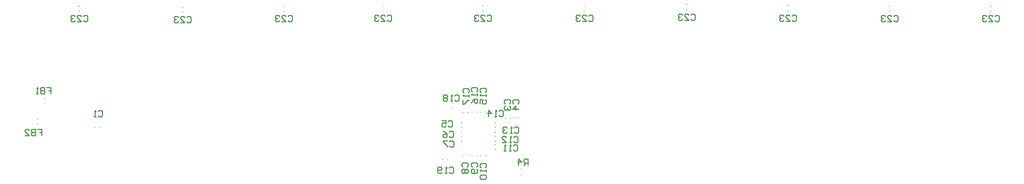
<source format=gbo>
G04 Layer_Color=32896*
%FSLAX25Y25*%
%MOIN*%
G70*
G01*
G75*
%ADD21C,0.01000*%
%ADD32C,0.00787*%
D21*
X525502Y300001D02*
X524502Y301001D01*
Y303000D01*
X525502Y304000D01*
X529500D01*
X530500Y303000D01*
Y301001D01*
X529500Y300001D01*
X530500Y298002D02*
Y296003D01*
Y297002D01*
X524502D01*
X525502Y298002D01*
X524502Y289005D02*
X525502Y291004D01*
X527501Y293004D01*
X529500D01*
X530500Y292004D01*
Y290004D01*
X529500Y289005D01*
X528501D01*
X527501Y290004D01*
Y293004D01*
X517502Y299001D02*
X516502Y300001D01*
Y302000D01*
X517502Y303000D01*
X521500D01*
X522500Y302000D01*
Y300001D01*
X521500Y299001D01*
X522500Y297002D02*
Y295003D01*
Y296002D01*
X516502D01*
X517502Y297002D01*
X516502Y292004D02*
Y288005D01*
X517502D01*
X521500Y292004D01*
X522500D01*
X551001Y281498D02*
X552001Y282498D01*
X554000D01*
X555000Y281498D01*
Y277500D01*
X554000Y276500D01*
X552001D01*
X551001Y277500D01*
X549002Y276500D02*
X547003D01*
X548002D01*
Y282498D01*
X549002Y281498D01*
X541005Y276500D02*
Y282498D01*
X544004Y279499D01*
X540005D01*
X534002Y299501D02*
X533002Y300501D01*
Y302500D01*
X534002Y303500D01*
X538000D01*
X539000Y302500D01*
Y300501D01*
X538000Y299501D01*
X539000Y297502D02*
Y295503D01*
Y296502D01*
X533002D01*
X534002Y297502D01*
X533002Y288505D02*
Y292504D01*
X536001D01*
X535001Y290504D01*
Y289505D01*
X536001Y288505D01*
X538000D01*
X539000Y289505D01*
Y291504D01*
X538000Y292504D01*
X509001Y295998D02*
X510001Y296998D01*
X512000D01*
X513000Y295998D01*
Y292000D01*
X512000Y291000D01*
X510001D01*
X509001Y292000D01*
X507002Y291000D02*
X505003D01*
X506002D01*
Y296998D01*
X507002Y295998D01*
X502004D02*
X501004Y296998D01*
X499005D01*
X498005Y295998D01*
Y294999D01*
X499005Y293999D01*
X498005Y292999D01*
Y292000D01*
X499005Y291000D01*
X501004D01*
X502004Y292000D01*
Y292999D01*
X501004Y293999D01*
X502004Y294999D01*
Y295998D01*
X501004Y293999D02*
X499005D01*
X565501Y265498D02*
X566501Y266498D01*
X568500D01*
X569500Y265498D01*
Y261500D01*
X568500Y260500D01*
X566501D01*
X565501Y261500D01*
X563502Y260500D02*
X561503D01*
X562502D01*
Y266498D01*
X563502Y265498D01*
X558504D02*
X557504Y266498D01*
X555505D01*
X554505Y265498D01*
Y264499D01*
X555505Y263499D01*
X556504D01*
X555505D01*
X554505Y262499D01*
Y261500D01*
X555505Y260500D01*
X557504D01*
X558504Y261500D01*
X565001Y256498D02*
X566001Y257498D01*
X568000D01*
X569000Y256498D01*
Y252500D01*
X568000Y251500D01*
X566001D01*
X565001Y252500D01*
X563002Y251500D02*
X561003D01*
X562002D01*
Y257498D01*
X563002Y256498D01*
X554005Y251500D02*
X558004D01*
X554005Y255499D01*
Y256498D01*
X555005Y257498D01*
X557004D01*
X558004Y256498D01*
X564501Y248498D02*
X565501Y249498D01*
X567500D01*
X568500Y248498D01*
Y244500D01*
X567500Y243500D01*
X565501D01*
X564501Y244500D01*
X562502Y243500D02*
X560503D01*
X561502D01*
Y249498D01*
X562502Y248498D01*
X557504Y243500D02*
X555504D01*
X556504D01*
Y249498D01*
X557504Y248498D01*
X525502Y228001D02*
X524502Y229001D01*
Y231000D01*
X525502Y232000D01*
X529500D01*
X530500Y231000D01*
Y229001D01*
X529500Y228001D01*
Y226002D02*
X530500Y225002D01*
Y223003D01*
X529500Y222003D01*
X525502D01*
X524502Y223003D01*
Y225002D01*
X525502Y226002D01*
X526501D01*
X527501Y225002D01*
Y222003D01*
X534002Y227501D02*
X533002Y228501D01*
Y230500D01*
X534002Y231500D01*
X538000D01*
X539000Y230500D01*
Y228501D01*
X538000Y227501D01*
X539000Y225502D02*
Y223503D01*
Y224502D01*
X533002D01*
X534002Y225502D01*
Y220504D02*
X533002Y219504D01*
Y217505D01*
X534002Y216505D01*
X538000D01*
X539000Y217505D01*
Y219504D01*
X538000Y220504D01*
X534002D01*
X516502Y228001D02*
X515502Y229001D01*
Y231000D01*
X516502Y232000D01*
X520500D01*
X521500Y231000D01*
Y229001D01*
X520500Y228001D01*
X516502Y226002D02*
X515502Y225002D01*
Y223003D01*
X516502Y222003D01*
X517501D01*
X518501Y223003D01*
X519501Y222003D01*
X520500D01*
X521500Y223003D01*
Y225002D01*
X520500Y226002D01*
X519501D01*
X518501Y225002D01*
X517501Y226002D01*
X516502D01*
X518501Y225002D02*
Y223003D01*
X504001Y251998D02*
X505001Y252998D01*
X507000D01*
X508000Y251998D01*
Y248000D01*
X507000Y247000D01*
X505001D01*
X504001Y248000D01*
X502002Y252998D02*
X498003D01*
Y251998D01*
X502002Y248000D01*
Y247000D01*
X503501Y261498D02*
X504501Y262498D01*
X506500D01*
X507500Y261498D01*
Y257500D01*
X506500Y256500D01*
X504501D01*
X503501Y257500D01*
X497503Y262498D02*
X499503Y261498D01*
X501502Y259499D01*
Y257500D01*
X500502Y256500D01*
X498503D01*
X497503Y257500D01*
Y258499D01*
X498503Y259499D01*
X501502D01*
X502501Y271498D02*
X503501Y272498D01*
X505500D01*
X506500Y271498D01*
Y267500D01*
X505500Y266500D01*
X503501D01*
X502501Y267500D01*
X496503Y272498D02*
X500502D01*
Y269499D01*
X498503Y270499D01*
X497503D01*
X496503Y269499D01*
Y267500D01*
X497503Y266500D01*
X499502D01*
X500502Y267500D01*
X557002Y288501D02*
X556002Y289501D01*
Y291500D01*
X557002Y292500D01*
X561000D01*
X562000Y291500D01*
Y289501D01*
X561000Y288501D01*
X557002Y286502D02*
X556002Y285502D01*
Y283503D01*
X557002Y282503D01*
X558001D01*
X559001Y283503D01*
Y284503D01*
Y283503D01*
X560001Y282503D01*
X561000D01*
X562000Y283503D01*
Y285502D01*
X561000Y286502D01*
X503501Y226998D02*
X504501Y227998D01*
X506500D01*
X507500Y226998D01*
Y223000D01*
X506500Y222000D01*
X504501D01*
X503501Y223000D01*
X501502Y222000D02*
X499503D01*
X500502D01*
Y227998D01*
X501502Y226998D01*
X496504Y223000D02*
X495504Y222000D01*
X493504D01*
X492505Y223000D01*
Y226998D01*
X493504Y227998D01*
X495504D01*
X496504Y226998D01*
Y225999D01*
X495504Y224999D01*
X492505D01*
X565002Y288501D02*
X564002Y289501D01*
Y291500D01*
X565002Y292500D01*
X569000D01*
X570000Y291500D01*
Y289501D01*
X569000Y288501D01*
X570000Y283503D02*
X564002D01*
X567001Y286502D01*
Y282503D01*
X578500Y229800D02*
Y235798D01*
X575501D01*
X574501Y234798D01*
Y232799D01*
X575501Y231799D01*
X578500D01*
X576501D02*
X574501Y229800D01*
X569503D02*
Y235798D01*
X572502Y232799D01*
X568503D01*
X112001Y263998D02*
X116000D01*
Y260999D01*
X114001D01*
X116000D01*
Y258000D01*
X110002Y263998D02*
Y258000D01*
X107003D01*
X106003Y259000D01*
Y259999D01*
X107003Y260999D01*
X110002D01*
X107003D01*
X106003Y261999D01*
Y262998D01*
X107003Y263998D01*
X110002D01*
X100005Y258000D02*
X104004D01*
X100005Y261999D01*
Y262998D01*
X101005Y263998D01*
X103004D01*
X104004Y262998D01*
X120701Y304298D02*
X124700D01*
Y301299D01*
X122701D01*
X124700D01*
Y298300D01*
X118702Y304298D02*
Y298300D01*
X115703D01*
X114703Y299300D01*
Y300299D01*
X115703Y301299D01*
X118702D01*
X115703D01*
X114703Y302299D01*
Y303298D01*
X115703Y304298D01*
X118702D01*
X112704Y298300D02*
X110705D01*
X111704D01*
Y304298D01*
X112704Y303298D01*
X1023001Y371998D02*
X1024001Y372998D01*
X1026000D01*
X1027000Y371998D01*
Y368000D01*
X1026000Y367000D01*
X1024001D01*
X1023001Y368000D01*
X1017003Y367000D02*
X1021002D01*
X1017003Y370999D01*
Y371998D01*
X1018003Y372998D01*
X1020002D01*
X1021002Y371998D01*
X1015004D02*
X1014004Y372998D01*
X1012005D01*
X1011005Y371998D01*
Y370999D01*
X1012005Y369999D01*
X1013004D01*
X1012005D01*
X1011005Y368999D01*
Y368000D01*
X1012005Y367000D01*
X1014004D01*
X1015004Y368000D01*
X926501Y371998D02*
X927501Y372998D01*
X929500D01*
X930500Y371998D01*
Y368000D01*
X929500Y367000D01*
X927501D01*
X926501Y368000D01*
X920503Y367000D02*
X924502D01*
X920503Y370999D01*
Y371998D01*
X921503Y372998D01*
X923502D01*
X924502Y371998D01*
X918504D02*
X917504Y372998D01*
X915505D01*
X914505Y371998D01*
Y370999D01*
X915505Y369999D01*
X916504D01*
X915505D01*
X914505Y368999D01*
Y368000D01*
X915505Y367000D01*
X917504D01*
X918504Y368000D01*
X830001Y372498D02*
X831001Y373498D01*
X833000D01*
X834000Y372498D01*
Y368500D01*
X833000Y367500D01*
X831001D01*
X830001Y368500D01*
X824003Y367500D02*
X828002D01*
X824003Y371499D01*
Y372498D01*
X825003Y373498D01*
X827002D01*
X828002Y372498D01*
X822004D02*
X821004Y373498D01*
X819005D01*
X818005Y372498D01*
Y371499D01*
X819005Y370499D01*
X820004D01*
X819005D01*
X818005Y369499D01*
Y368500D01*
X819005Y367500D01*
X821004D01*
X822004Y368500D01*
X733671Y373349D02*
X734670Y374348D01*
X736670D01*
X737669Y373349D01*
Y369350D01*
X736670Y368350D01*
X734670D01*
X733671Y369350D01*
X727672Y368350D02*
X731671D01*
X727672Y372349D01*
Y373349D01*
X728672Y374348D01*
X730672D01*
X731671Y373349D01*
X725673D02*
X724674Y374348D01*
X722674D01*
X721674Y373349D01*
Y372349D01*
X722674Y371349D01*
X723674D01*
X722674D01*
X721674Y370350D01*
Y369350D01*
X722674Y368350D01*
X724674D01*
X725673Y369350D01*
X636151Y372498D02*
X637151Y373498D01*
X639150D01*
X640150Y372498D01*
Y368500D01*
X639150Y367500D01*
X637151D01*
X636151Y368500D01*
X630153Y367500D02*
X634152D01*
X630153Y371499D01*
Y372498D01*
X631152Y373498D01*
X633152D01*
X634152Y372498D01*
X628154D02*
X627154Y373498D01*
X625154D01*
X624155Y372498D01*
Y371499D01*
X625154Y370499D01*
X626154D01*
X625154D01*
X624155Y369499D01*
Y368500D01*
X625154Y367500D01*
X627154D01*
X628154Y368500D01*
X539651Y372498D02*
X540651Y373498D01*
X542650D01*
X543650Y372498D01*
Y368500D01*
X542650Y367500D01*
X540651D01*
X539651Y368500D01*
X533653Y367500D02*
X537652D01*
X533653Y371499D01*
Y372498D01*
X534653Y373498D01*
X536652D01*
X537652Y372498D01*
X531653D02*
X530654Y373498D01*
X528654D01*
X527655Y372498D01*
Y371499D01*
X528654Y370499D01*
X529654D01*
X528654D01*
X527655Y369499D01*
Y368500D01*
X528654Y367500D01*
X530654D01*
X531653Y368500D01*
X444501Y372498D02*
X445501Y373498D01*
X447500D01*
X448500Y372498D01*
Y368500D01*
X447500Y367500D01*
X445501D01*
X444501Y368500D01*
X438503Y367500D02*
X442502D01*
X438503Y371499D01*
Y372498D01*
X439503Y373498D01*
X441502D01*
X442502Y372498D01*
X436504D02*
X435504Y373498D01*
X433505D01*
X432505Y372498D01*
Y371499D01*
X433505Y370499D01*
X434505D01*
X433505D01*
X432505Y369499D01*
Y368500D01*
X433505Y367500D01*
X435504D01*
X436504Y368500D01*
X350151Y371998D02*
X351151Y372998D01*
X353150D01*
X354150Y371998D01*
Y368000D01*
X353150Y367000D01*
X351151D01*
X350151Y368000D01*
X344153Y367000D02*
X348151D01*
X344153Y370999D01*
Y371998D01*
X345152Y372998D01*
X347152D01*
X348151Y371998D01*
X342154D02*
X341154Y372998D01*
X339155D01*
X338155Y371998D01*
Y370999D01*
X339155Y369999D01*
X340154D01*
X339155D01*
X338155Y368999D01*
Y368000D01*
X339155Y367000D01*
X341154D01*
X342154Y368000D01*
X254001Y370998D02*
X255001Y371998D01*
X257000D01*
X258000Y370998D01*
Y367000D01*
X257000Y366000D01*
X255001D01*
X254001Y367000D01*
X248003Y366000D02*
X252002D01*
X248003Y369999D01*
Y370998D01*
X249003Y371998D01*
X251002D01*
X252002Y370998D01*
X246004D02*
X245004Y371998D01*
X243005D01*
X242005Y370998D01*
Y369999D01*
X243005Y368999D01*
X244005D01*
X243005D01*
X242005Y367999D01*
Y367000D01*
X243005Y366000D01*
X245004D01*
X246004Y367000D01*
X155651Y371998D02*
X156651Y372998D01*
X158650D01*
X159650Y371998D01*
Y368000D01*
X158650Y367000D01*
X156651D01*
X155651Y368000D01*
X149653Y367000D02*
X153651D01*
X149653Y370999D01*
Y371998D01*
X150653Y372998D01*
X152652D01*
X153651Y371998D01*
X147653D02*
X146654Y372998D01*
X144655D01*
X143655Y371998D01*
Y370999D01*
X144655Y369999D01*
X145654D01*
X144655D01*
X143655Y368999D01*
Y368000D01*
X144655Y367000D01*
X146654D01*
X147653Y368000D01*
X169501Y280998D02*
X170501Y281998D01*
X172500D01*
X173500Y280998D01*
Y277000D01*
X172500Y276000D01*
X170501D01*
X169501Y277000D01*
X167502Y276000D02*
X165503D01*
X166502D01*
Y281998D01*
X167502Y280998D01*
D32*
X525138Y280445D02*
Y280839D01*
X530059Y280445D02*
Y280839D01*
X516638Y279945D02*
Y280339D01*
X521559Y279945D02*
Y280339D01*
X547445Y275102D02*
X547839D01*
X547445Y270181D02*
X547839D01*
X533638Y280445D02*
Y280839D01*
X538559Y280445D02*
Y280839D01*
X506988Y289102D02*
X507382D01*
X506988Y284181D02*
X507382D01*
X547445Y266102D02*
X547839D01*
X547445Y261181D02*
X547839D01*
X547445Y257602D02*
X547839D01*
X547445Y252681D02*
X547839D01*
X547445Y249602D02*
X547839D01*
X547445Y244681D02*
X547839D01*
X530059Y238988D02*
Y239382D01*
X525138Y238988D02*
Y239382D01*
X538559Y238902D02*
Y239295D01*
X533638Y238902D02*
Y239295D01*
X521559Y238988D02*
Y239382D01*
X516638Y238988D02*
Y239382D01*
X515402Y247681D02*
X515795D01*
X515402Y252602D02*
X515795D01*
X515402Y256681D02*
X515795D01*
X515402Y261602D02*
X515795D01*
X515445Y265681D02*
X515839D01*
X515445Y270602D02*
X515839D01*
X557181Y274445D02*
Y274839D01*
X562102Y274445D02*
Y274839D01*
X497360Y235033D02*
Y235427D01*
X502281Y235033D02*
Y235427D01*
X565181Y274988D02*
Y275382D01*
X570102Y274988D02*
Y275382D01*
X572303Y220638D02*
X572697D01*
X572303Y225362D02*
X572697D01*
X112063Y273862D02*
X112457D01*
X112063Y269138D02*
X112457D01*
X118543Y293862D02*
X118937D01*
X118543Y289138D02*
X118937D01*
X1018760Y377039D02*
X1019153D01*
X1018760Y381961D02*
X1019153D01*
X922260Y377039D02*
X922653D01*
X922260Y381961D02*
X922653D01*
X825760Y377539D02*
X826153D01*
X825760Y382461D02*
X826153D01*
X729429Y378390D02*
X729823D01*
X729429Y383311D02*
X729823D01*
X631910Y377539D02*
X632303D01*
X631910Y382461D02*
X632303D01*
X535409Y377539D02*
X535803D01*
X535409Y382461D02*
X535803D01*
X440260Y377539D02*
X440654D01*
X440260Y382461D02*
X440654D01*
X345910Y377039D02*
X346303D01*
X345910Y381961D02*
X346303D01*
X249760Y376039D02*
X250153D01*
X249760Y380961D02*
X250153D01*
X151409Y377039D02*
X151803D01*
X151409Y381961D02*
X151803D01*
X166539Y265760D02*
Y266154D01*
X171461Y265760D02*
Y266154D01*
M02*

</source>
